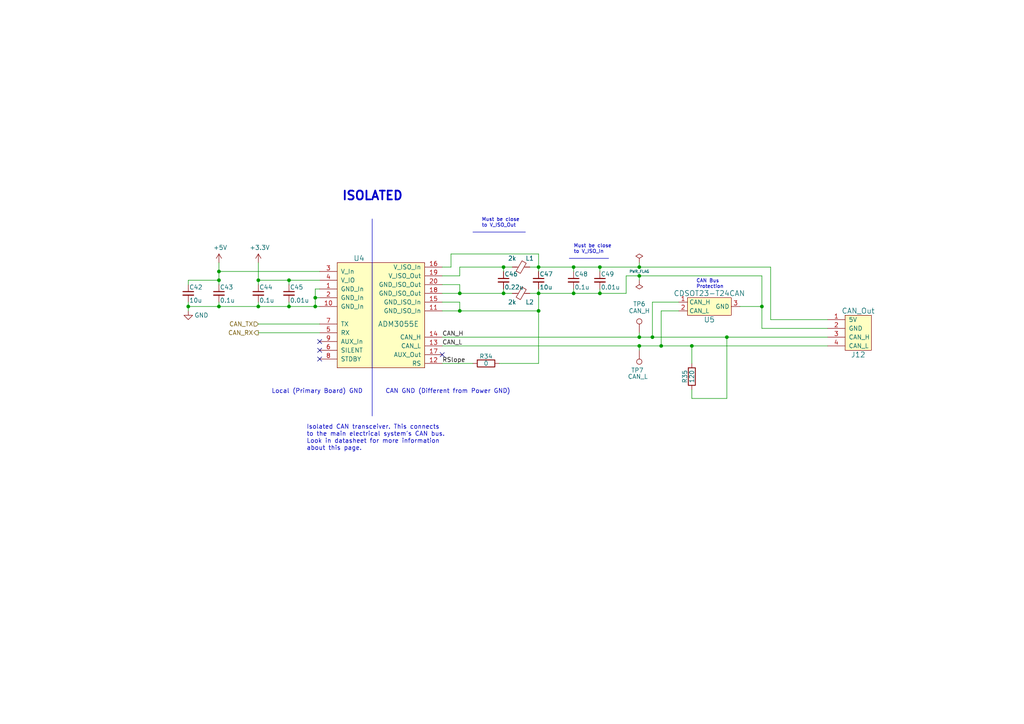
<source format=kicad_sch>
(kicad_sch (version 20230121) (generator eeschema)
  (paper "A4")
  (lib_symbols
    (symbol "Connector:TestPoint" (pin_numbers hide) (pin_names (offset 0.762) hide)
      (property "Reference" "TP" (at 0 6.858 0))
      (property "Value" "TestPoint" (at 0 5.08 0))
      (symbol "TestPoint_0_1"
        (circle (center 0 3.302) (radius 0.762))
      )
      (symbol "TestPoint_1_1"
        (pin passive line (at 0 0 90) (length 2.54) (name "1") (number "1"))
      )
    )
    (symbol "Device:C_Small" (pin_numbers hide) (pin_names (offset 0.254) hide)
      (property "Reference" "C" (at 0.254 1.778 0))
      (property "Value" "C_Small" (at 0.254 -2.032 0))
      (symbol "C_Small_0_1"
        (polyline (pts (xy -1.524 -0.508) (xy 1.524 -0.508)) (stroke (width 0.3302)))
        (polyline (pts (xy -1.524 0.508) (xy 1.524 0.508)) (stroke (width 0.3048)))
      )
      (symbol "C_Small_1_1"
        (pin passive line (at 0 2.54 270) (length 2.032) (name "~") (number "1"))
        (pin passive line (at 0 -2.54 90) (length 2.032) (name "~") (number "2"))
      )
    )
    (symbol "Device:FerriteBead_Small" (pin_numbers hide) (pin_names (offset 0))
      (property "Reference" "FB" (at 1.905 1.27 0))
      (property "Value" "FerriteBead_Small" (at 1.905 -1.27 0))
      (symbol "FerriteBead_Small_0_1"
        (polyline (pts (xy 0 -1.27) (xy 0 -0.7874)))
        (polyline (pts (xy 0 0.889) (xy 0 1.2954)))
        (polyline (pts (xy -1.8288 0.2794) (xy -1.1176 1.4986) (xy 1.8288 -0.2032) (xy 1.1176 -1.4224) (xy -1.8288 0.2794)))
      )
      (symbol "FerriteBead_Small_1_1"
        (pin passive line (at 0 2.54 270) (length 1.27) (name "~") (number "1"))
        (pin passive line (at 0 -2.54 90) (length 1.27) (name "~") (number "2"))
      )
    )
    (symbol "Device:R" (pin_numbers hide) (pin_names (offset 0))
      (property "Reference" "R" (at 2.032 0 90))
      (property "Value" "R" (at 0 0 90))
      (symbol "R_0_1"
        (rectangle (start -1.016 -2.54) (end 1.016 2.54) (stroke (width 0.254)))
      )
      (symbol "R_1_1"
        (pin passive line (at 0 3.81 270) (length 1.27) (name "~") (number "1"))
        (pin passive line (at 0 -3.81 90) (length 1.27) (name "~") (number "2"))
      )
    )
    (symbol "power:+3.3V" (power) (pin_names (offset 0))
      (property "Value" "+3.3V" (at 0 3.556 0))
      (symbol "+3.3V_0_1"
        (polyline (pts (xy -0.762 1.27) (xy 0 2.54)))
        (polyline (pts (xy 0 0) (xy 0 2.54)))
        (polyline (pts (xy 0 2.54) (xy 0.762 1.27)))
      )
      (symbol "+3.3V_1_1"
        (pin power_in line (at 0 0 90) (length 0) hide (name "+3.3V") (number "1"))
      )
    )
    (symbol "power:+5V" (power) (pin_names (offset 0))
      (property "Value" "+5V" (at 0 3.556 0))
      (symbol "+5V_0_1"
        (polyline (pts (xy -0.762 1.27) (xy 0 2.54)))
        (polyline (pts (xy 0 0) (xy 0 2.54)))
        (polyline (pts (xy 0 2.54) (xy 0.762 1.27)))
      )
      (symbol "+5V_1_1"
        (pin power_in line (at 0 0 90) (length 0) hide (name "+5V") (number "1"))
      )
    )
    (symbol "power:GND" (power) (pin_names (offset 0))
      (property "Value" "GND" (at 0 -3.81 0))
      (symbol "GND_0_1"
        (polyline (pts (xy 0 0) (xy 0 -1.27) (xy 1.27 -1.27) (xy 0 -2.54) (xy -1.27 -1.27) (xy 0 -1.27)))
      )
      (symbol "GND_1_1"
        (pin power_in line (at 0 0 270) (length 0) hide (name "GND") (number "1"))
      )
    )
    (symbol "power:PWR_FLAG" (power) (pin_numbers hide) (pin_names (offset 0) hide)
      (property "Value" "PWR_FLAG" (at 0 3.81 0))
      (symbol "PWR_FLAG_0_0"
        (pin power_out line (at 0 0 90) (length 0) (name "pwr") (number "1"))
      )
      (symbol "PWR_FLAG_0_1"
        (polyline (pts (xy 0 0) (xy 0 1.27) (xy -1.016 1.905) (xy 0 2.54) (xy 1.016 1.905) (xy 0 1.27)))
      )
    )
    (symbol "utsvt-chips:ADM3055E" (pin_names (offset 1.016))
      (property "Reference" "U" (at 0 16.51 0))
      (property "Value" "ADM3055E" (at 5.08 -2.54 0))
      (symbol "ADM3055E_0_1"
        (rectangle (start -12.7 15.24) (end 12.7 -15.24) (fill (type background)))
        (polyline (pts (xy -2.54 15.24) (xy -2.54 -15.24)))
      )
      (symbol "ADM3055E_1_1"
        (pin power_in line (at -17.78 7.62 0) (length 5.08) (name "GND_In") (number "1"))
        (pin power_in line (at -17.78 2.54 0) (length 5.08) (name "GND_In") (number "10"))
        (pin power_in line (at 17.78 1.27 180) (length 5.08) (name "GND_ISO_In") (number "11"))
        (pin input line (at 17.78 -13.97 180) (length 5.08) (name "RS") (number "12"))
        (pin bidirectional line (at 17.78 -8.89 180) (length 5.08) (name "CAN_L") (number "13"))
        (pin bidirectional line (at 17.78 -6.35 180) (length 5.08) (name "CAN_H") (number "14"))
        (pin power_in line (at 17.78 3.81 180) (length 5.08) (name "GND_ISO_In") (number "15"))
        (pin power_in line (at 17.78 13.97 180) (length 5.08) (name "V_ISO_In") (number "16"))
        (pin output line (at 17.78 -11.43 180) (length 5.08) (name "AUX_Out") (number "17"))
        (pin power_out line (at 17.78 6.35 180) (length 5.08) (name "GND_ISO_Out") (number "18"))
        (pin power_out line (at 17.78 11.43 180) (length 5.08) (name "V_ISO_Out") (number "19"))
        (pin power_in line (at -17.78 5.08 0) (length 5.08) (name "GND_In") (number "2"))
        (pin power_out line (at 17.78 8.89 180) (length 5.08) (name "GND_ISO_Out") (number "20"))
        (pin power_in line (at -17.78 12.7 0) (length 5.08) (name "V_In") (number "3"))
        (pin power_in line (at -17.78 10.16 0) (length 5.08) (name "V_IO") (number "4"))
        (pin output line (at -17.78 -5.08 0) (length 5.08) (name "RX") (number "5"))
        (pin input line (at -17.78 -10.16 0) (length 5.08) (name "SILENT") (number "6"))
        (pin input line (at -17.78 -2.54 0) (length 5.08) (name "TX") (number "7"))
        (pin input line (at -17.78 -12.7 0) (length 5.08) (name "STDBY") (number "8"))
        (pin input line (at -17.78 -7.62 0) (length 5.08) (name "AUX_In") (number "9"))
      )
    )
    (symbol "utsvt-chips:CDSOT23-T24CAN"
      (property "Reference" "U" (at 0 -3.81 0))
      (property "Value" "CDSOT23-T24CAN" (at 0 3.81 0))
      (symbol "CDSOT23-T24CAN_0_1"
        (rectangle (start 6.35 2.54) (end -6.35 -2.54) (fill (type background)))
      )
      (symbol "CDSOT23-T24CAN_1_1"
        (pin passive line (at -8.89 1.27 0) (length 2.54) (name "CAN_H") (number "1"))
        (pin passive line (at -8.89 -1.27 0) (length 2.54) (name "CAN_L") (number "2"))
        (pin passive line (at 8.89 0 180) (length 2.54) (name "GND") (number "3"))
      )
    )
    (symbol "utsvt-connectors:CANConnector" (pin_names (offset 1.016))
      (property "Reference" "J" (at 0 -6.35 0))
      (property "Value" "CANConnector" (at 0 6.35 0))
      (symbol "CANConnector_0_1"
        (rectangle (start 3.81 5.08) (end -3.81 -5.08) (fill (type background)))
      )
      (symbol "CANConnector_1_1"
        (pin power_in line (at 8.89 3.81 180) (length 5.08) (name "5V") (number "1"))
        (pin power_in line (at 8.89 1.27 180) (length 5.08) (name "GND") (number "2"))
        (pin bidirectional line (at 8.89 -1.27 180) (length 5.08) (name "CAN_H") (number "3"))
        (pin bidirectional line (at 8.89 -3.81 180) (length 5.08) (name "CAN_L") (number "4"))
      )
    )
  )
  (junction (at 91.44 88.9))
  (junction (at 185.42 97.79))
  (junction (at 146.05 85.09))
  (junction (at 200.66 100.33))
  (junction (at 156.21 90.17))
  (junction (at 191.77 100.33))
  (junction (at 91.44 86.36))
  (junction (at 156.21 85.09))
  (junction (at 74.93 81.28))
  (junction (at 54.61 88.9))
  (junction (at 83.82 81.28))
  (junction (at 74.93 88.9))
  (junction (at 166.37 77.47))
  (junction (at 156.21 77.47))
  (junction (at 63.5 88.9))
  (junction (at 83.82 88.9))
  (junction (at 63.5 78.74))
  (junction (at 210.82 97.79))
  (junction (at 185.42 100.33))
  (junction (at 185.42 80.01))
  (junction (at 166.37 85.09))
  (junction (at 189.23 97.79))
  (junction (at 220.98 88.9))
  (junction (at 133.35 85.09))
  (junction (at 185.42 77.47))
  (junction (at 146.05 77.47))
  (junction (at 173.99 77.47))
  (junction (at 63.5 81.28))
  (junction (at 133.35 90.17))
  (junction (at 173.99 85.09))
  (no_connect (at 92.71 104.14))
  (no_connect (at 92.71 101.6))
  (no_connect (at 128.27 102.87))
  (no_connect (at 92.71 99.06))
  (wire (pts (xy 166.37 77.47) (xy 173.99 77.47)))
  (wire (pts (xy 92.71 83.82) (xy 91.44 83.82)))
  (wire (pts (xy 156.21 73.66) (xy 156.21 77.47)))
  (wire (pts (xy 191.77 90.17) (xy 196.85 90.17)))
  (wire (pts (xy 146.05 85.09) (xy 146.05 83.82)))
  (wire (pts (xy 185.42 80.01) (xy 220.98 80.01)))
  (wire (pts (xy 91.44 86.36) (xy 92.71 86.36)))
  (wire (pts (xy 128.27 90.17) (xy 133.35 90.17)))
  (wire (pts (xy 74.93 96.52) (xy 92.71 96.52)))
  (wire (pts (xy 128.27 97.79) (xy 185.42 97.79)))
  (wire (pts (xy 63.5 76.2) (xy 63.5 78.74)))
  (wire (pts (xy 54.61 88.9) (xy 54.61 87.63)))
  (wire (pts (xy 74.93 76.2) (xy 74.93 81.28)))
  (wire (pts (xy 210.82 97.79) (xy 210.82 115.57)))
  (wire (pts (xy 173.99 78.74) (xy 173.99 77.47)))
  (wire (pts (xy 54.61 88.9) (xy 63.5 88.9)))
  (wire (pts (xy 220.98 88.9) (xy 220.98 95.25)))
  (wire (pts (xy 91.44 86.36) (xy 91.44 88.9)))
  (wire (pts (xy 185.42 77.47) (xy 223.52 77.47)))
  (polyline (pts (xy 137.16 67.31) (xy 152.4 67.31)))
  (wire (pts (xy 200.66 100.33) (xy 240.03 100.33)))
  (wire (pts (xy 74.93 93.98) (xy 92.71 93.98)))
  (wire (pts (xy 220.98 95.25) (xy 240.03 95.25)))
  (wire (pts (xy 91.44 83.82) (xy 91.44 86.36)))
  (wire (pts (xy 74.93 87.63) (xy 74.93 88.9)))
  (wire (pts (xy 200.66 115.57) (xy 200.66 113.03)))
  (wire (pts (xy 156.21 85.09) (xy 166.37 85.09)))
  (wire (pts (xy 63.5 87.63) (xy 63.5 88.9)))
  (wire (pts (xy 91.44 88.9) (xy 92.71 88.9)))
  (polyline (pts (xy 107.95 63.5) (xy 107.95 120.65)))
  (wire (pts (xy 74.93 82.55) (xy 74.93 81.28)))
  (wire (pts (xy 133.35 77.47) (xy 146.05 77.47)))
  (polyline (pts (xy 165.1 74.93) (xy 176.53 74.93)))
  (wire (pts (xy 156.21 105.41) (xy 156.21 90.17)))
  (wire (pts (xy 185.42 96.52) (xy 185.42 97.79)))
  (wire (pts (xy 166.37 85.09) (xy 173.99 85.09)))
  (wire (pts (xy 185.42 100.33) (xy 191.77 100.33)))
  (wire (pts (xy 210.82 115.57) (xy 200.66 115.57)))
  (wire (pts (xy 83.82 81.28) (xy 83.82 82.55)))
  (wire (pts (xy 156.21 77.47) (xy 166.37 77.47)))
  (wire (pts (xy 130.81 77.47) (xy 128.27 77.47)))
  (wire (pts (xy 133.35 80.01) (xy 128.27 80.01)))
  (wire (pts (xy 128.27 85.09) (xy 133.35 85.09)))
  (wire (pts (xy 173.99 85.09) (xy 181.61 85.09)))
  (wire (pts (xy 196.85 87.63) (xy 189.23 87.63)))
  (wire (pts (xy 185.42 97.79) (xy 189.23 97.79)))
  (wire (pts (xy 214.63 88.9) (xy 220.98 88.9)))
  (wire (pts (xy 54.61 81.28) (xy 54.61 82.55)))
  (wire (pts (xy 173.99 77.47) (xy 185.42 77.47)))
  (wire (pts (xy 181.61 85.09) (xy 181.61 80.01)))
  (wire (pts (xy 63.5 78.74) (xy 92.71 78.74)))
  (wire (pts (xy 185.42 101.6) (xy 185.42 100.33)))
  (wire (pts (xy 130.81 73.66) (xy 130.81 77.47)))
  (wire (pts (xy 191.77 90.17) (xy 191.77 100.33)))
  (wire (pts (xy 144.78 105.41) (xy 156.21 105.41)))
  (wire (pts (xy 210.82 97.79) (xy 240.03 97.79)))
  (wire (pts (xy 173.99 83.82) (xy 173.99 85.09)))
  (wire (pts (xy 156.21 85.09) (xy 156.21 90.17)))
  (wire (pts (xy 63.5 81.28) (xy 63.5 82.55)))
  (wire (pts (xy 83.82 88.9) (xy 91.44 88.9)))
  (wire (pts (xy 146.05 85.09) (xy 148.59 85.09)))
  (wire (pts (xy 130.81 73.66) (xy 156.21 73.66)))
  (wire (pts (xy 200.66 105.41) (xy 200.66 100.33)))
  (wire (pts (xy 54.61 90.17) (xy 54.61 88.9)))
  (wire (pts (xy 185.42 81.28) (xy 185.42 80.01)))
  (wire (pts (xy 133.35 82.55) (xy 128.27 82.55)))
  (wire (pts (xy 133.35 90.17) (xy 156.21 90.17)))
  (wire (pts (xy 133.35 85.09) (xy 146.05 85.09)))
  (wire (pts (xy 181.61 80.01) (xy 185.42 80.01)))
  (wire (pts (xy 128.27 100.33) (xy 185.42 100.33)))
  (wire (pts (xy 83.82 88.9) (xy 83.82 87.63)))
  (wire (pts (xy 63.5 88.9) (xy 74.93 88.9)))
  (wire (pts (xy 189.23 87.63) (xy 189.23 97.79)))
  (wire (pts (xy 137.16 105.41) (xy 128.27 105.41)))
  (wire (pts (xy 133.35 87.63) (xy 128.27 87.63)))
  (wire (pts (xy 74.93 88.9) (xy 83.82 88.9)))
  (wire (pts (xy 189.23 97.79) (xy 210.82 97.79)))
  (wire (pts (xy 156.21 83.82) (xy 156.21 85.09)))
  (wire (pts (xy 223.52 92.71) (xy 240.03 92.71)))
  (wire (pts (xy 146.05 77.47) (xy 148.59 77.47)))
  (wire (pts (xy 191.77 100.33) (xy 200.66 100.33)))
  (wire (pts (xy 133.35 77.47) (xy 133.35 80.01)))
  (wire (pts (xy 146.05 78.74) (xy 146.05 77.47)))
  (wire (pts (xy 156.21 77.47) (xy 156.21 78.74)))
  (wire (pts (xy 153.67 85.09) (xy 156.21 85.09)))
  (wire (pts (xy 166.37 78.74) (xy 166.37 77.47)))
  (wire (pts (xy 220.98 80.01) (xy 220.98 88.9)))
  (wire (pts (xy 133.35 87.63) (xy 133.35 90.17)))
  (wire (pts (xy 54.61 81.28) (xy 63.5 81.28)))
  (wire (pts (xy 63.5 78.74) (xy 63.5 81.28)))
  (wire (pts (xy 166.37 83.82) (xy 166.37 85.09)))
  (wire (pts (xy 133.35 82.55) (xy 133.35 85.09)))
  (wire (pts (xy 153.67 77.47) (xy 156.21 77.47)))
  (wire (pts (xy 83.82 81.28) (xy 92.71 81.28)))
  (wire (pts (xy 74.93 81.28) (xy 83.82 81.28)))
  (wire (pts (xy 185.42 77.47) (xy 185.42 76.2)))
  (wire (pts (xy 223.52 77.47) (xy 223.52 92.71)))
  (text "Local (Primary Board) GND" (at 78.74 114.3 0) (effects (font (size 1.27 1.27)) (justify left bottom)))
  (text "Must be close\nto V_ISO_In" (at 166.37 73.66 0) (effects (font (size 1.016 1.016)) (justify left bottom)))
  (text "Isolated CAN transceiver. This connects\nto the main electrical system's CAN bus.\nLook in datasheet for more information\nabout this page." (at 88.9 130.81 0) (effects (font (size 1.27 1.27)) (justify left bottom)))
  (text "CAN GND (Different from Power GND)" (at 111.76 114.3 0) (effects (font (size 1.27 1.27)) (justify left bottom)))
  (text "Must be close\nto V_ISO_Out" (at 139.7 66.04 0) (effects (font (size 1.016 1.016)) (justify left bottom)))
  (text "ISOLATED" (at 99.06 58.42 0) (effects (font (size 2.54 2.54) (thickness 0.508) bold) (justify left bottom)))
  (text "CAN Bus\nProtection" (at 201.93 83.82 0) (effects (font (size 1.016 1.016)) (justify left bottom)))
  (label "CAN_H" (at 128.27 97.79 0))
  (label "CAN_L" (at 128.27 100.33 0))
  (label "RSlope" (at 128.27 105.41 0))
  (hierarchical_label "CAN_TX" (shape input) (at 74.93 93.98 180))
  (hierarchical_label "CAN_RX" (shape output) (at 74.93 96.52 180))
  (symbol (lib_id "Device:C_Small") (at 166.37 81.28 0) (unit 1)
    (property "Reference" "C48" (at 166.624 79.502 0) (effects (justify left)))
    (property "Value" "0.1u" (at 166.624 83.312 0) (effects (justify left)))
    (property "Footprint" "Capacitor_SMD:C_0805_2012Metric" (effects hide))
    (property "Datasheet" "https://www.mouser.com/datasheet/2/212/KEM_C1002_X7R_SMD-1102033.pdf" (effects hide))
    (property "P/N" "C0805C104K5RAC7411" (effects hide))
    (instances (project "Telemetry-Primary" (path "" (reference "C48") (unit 1)) (path "" (reference "C6") (unit 1))))
  )
  (symbol (lib_id "Device:FerriteBead_Small") (at 151.13 77.47 270) (unit 1)
    (property "Reference" "L1" (at 152.4 74.93 90) (effects (justify left)))
    (property "Value" "2k" (at 147.32 74.93 90) (effects (justify left)))
    (property "Footprint" "Inductor_SMD:L_0805_2012Metric" (effects hide))
    (property "Datasheet" "https://product.tdk.com/system/files/dam/doc/product/emc/emc/beads/catalog/beads_automotive_signal_mmz2012_en.pdf" (effects hide))
    (property "P/N" "MMZ2012Y202BTD25" (effects hide))
    (instances (project "Telemetry-Primary" (path "" (reference "L1") (unit 1)) (path "" (reference "L2") (unit 1))))
  )
  (symbol (lib_id "Connector:TestPoint") (at 185.42 96.52 0) (unit 1)
    (property "Reference" "TP6" (at 185.42 88.9 0) (effects (justify bottom)))
    (property "Value" "CAN_H" (at 185.42 90.17 0))
    (property "Footprint" "TestPoint:TestPoint_Keystone_5005-5009_Compact" (effects hide))
    (property "Datasheet" "https://www.mouser.com/datasheet/2/215/5005_5009-741322.pdf" (effects hide))
    (property "P/N" "5005" (effects hide))
    (instances (project "Telemetry-Primary" (path "" (reference "TP6") (unit 1)) (path "" (reference "TP3") (unit 1))))
  )
  (symbol (lib_id "Device:R") (at 200.66 109.22 180) (unit 1)
    (property "Reference" "R35" (at 198.628 109.22 90))
    (property "Value" "120" (at 200.66 109.22 90))
    (property "Footprint" "Resistor_SMD:R_0805_2012Metric" (effects hide))
    (property "Datasheet" "https://www.mouser.com/datasheet/2/427/dcrcwe3-1762152.pdf" (effects hide))
    (property "P/N" "CRCW0805120RFKEAC" (effects hide))
    (instances (project "Telemetry-Primary" (path "" (reference "R35") (unit 1)) (path "" (reference "R33") (unit 1))))
  )
  (symbol (lib_id "power:PWR_FLAG") (at 185.42 81.28 180) (unit 1)
    (property "Reference" "#FLG0106" (effects hide))
    (property "Value" "PWR_FLAG" (effects hide))
    (instances (project "Telemetry-Primary" (path "" (reference "#FLG0106") (unit 1)) (path "" (reference "#FLG03") (unit 1))))
  )
  (symbol (lib_id "power:PWR_FLAG") (at 185.42 76.2 0) (unit 1)
    (property "Reference" "#FLG0105" (effects hide))
    (property "Value" "PWR_FLAG" (at 185.42 78.74 0) (effects (font (size 0.762 0.762))))
    (instances (project "Telemetry-Primary" (path "" (reference "#FLG0105") (unit 1)) (path "" (reference "#FLG02") (unit 1))))
  )
  (symbol (lib_id "Device:FerriteBead_Small") (at 151.13 85.09 270) (unit 1)
    (property "Reference" "L2" (at 152.4 87.63 90) (effects (justify left)))
    (property "Value" "2k" (at 147.32 87.63 90) (effects (justify left)))
    (property "Footprint" "Inductor_SMD:L_0805_2012Metric" (effects hide))
    (property "Datasheet" "https://product.tdk.com/system/files/dam/doc/product/emc/emc/beads/catalog/beads_automotive_signal_mmz2012_en.pdf" (effects hide))
    (property "P/N" "MMZ2012Y202BTD25" (effects hide))
    (instances (project "Telemetry-Primary" (path "" (reference "L2") (unit 1)) (path "" (reference "L4") (unit 1))))
  )
  (symbol (lib_id "utsvt-chips:CDSOT23-T24CAN") (at 205.74 88.9 0) (unit 1)
    (property "Reference" "U5" (at 205.74 92.71 0) (effects (font (size 1.524 1.524))))
    (property "Value" "CDSOT23-T24CAN" (at 205.74 85.09 0) (effects (font (size 1.524 1.524))))
    (property "Footprint" "Package_TO_SOT_SMD:SOT-23W" (effects hide))
    (property "Datasheet" "https://www.mouser.com/datasheet/2/54/cdsot23_t24can_q-1534349.pdf" (effects hide))
    (property "P/N" "CDSOT23-T24CAN" (effects hide))
    (instances (project "Telemetry-Primary" (path "" (reference "U5") (unit 1)) (path "" (reference "U2") (unit 1))))
  )
  (symbol (lib_id "Device:C_Small") (at 83.82 85.09 0) (unit 1)
    (property "Reference" "C45" (at 84.074 83.312 0) (effects (justify left)))
    (property "Value" "0.01u" (at 84.074 87.122 0) (effects (justify left)))
    (property "Footprint" "Capacitor_SMD:C_0805_2012Metric" (effects hide))
    (property "Datasheet" "https://www.mouser.com/datasheet/2/447/UPY_AC_NP0X7RX7S_6_3V_to_2KV_18-3003021.pdf" (effects hide))
    (property "P/N" "AC0805JRX7R9BB103" (effects hide))
    (instances (project "Telemetry-Primary" (path "" (reference "C45") (unit 1)) (path "" (reference "C25") (unit 1))))
  )
  (symbol (lib_id "power:+3.3V") (at 74.93 76.2 0) (unit 1)
    (property "Reference" "#PWR0174" (effects hide))
    (property "Value" "+3.3V" (at 75.311 71.8058 0))
    (instances (project "Telemetry-Primary" (path "" (reference "#PWR0174") (unit 1)) (path "" (reference "#PWR012") (unit 1))))
  )
  (symbol (lib_id "Device:C_Small") (at 156.21 81.28 0) (unit 1)
    (property "Reference" "C47" (at 156.464 79.502 0) (effects (justify left)))
    (property "Value" "10u" (at 156.464 83.312 0) (effects (justify left)))
    (property "Footprint" "Capacitor_SMD:C_0805_2012Metric" (effects hide))
    (property "Datasheet" "https://www.mouser.com/datasheet/2/40/AVX_X7RDielectric_777024-1853642.pdf" (effects hide))
    (property "P/N" "0805YC106KAT2A" (effects hide))
    (instances (project "Telemetry-Primary" (path "" (reference "C47") (unit 1)) (path "" (reference "C2") (unit 1))))
  )
  (symbol (lib_id "Connector:TestPoint") (at 185.42 101.6 180) (unit 1)
    (property "Reference" "TP7" (at 186.69 106.68 0) (effects (justify left bottom)))
    (property "Value" "CAN_L" (at 187.96 109.22 0) (effects (justify left)))
    (property "Footprint" "TestPoint:TestPoint_Keystone_5005-5009_Compact" (effects hide))
    (property "Datasheet" "https://www.mouser.com/datasheet/2/215/5005_5009-741322.pdf" (effects hide))
    (property "P/N" "5005" (effects hide))
    (instances (project "Telemetry-Primary" (path "" (reference "TP7") (unit 1)) (path "" (reference "TP1") (unit 1))))
  )
  (symbol (lib_id "Device:R") (at 140.97 105.41 90) (unit 1)
    (property "Reference" "R34" (at 140.97 103.378 90))
    (property "Value" "0" (at 140.97 105.41 90))
    (property "Footprint" "Resistor_SMD:R_0805_2012Metric" (effects hide))
    (property "Datasheet" "https://www.mouser.com/datasheet/2/427/dcrcwe3-1762152.pdf" (effects hide))
    (property "P/N" "CRCW08050000Z0EAC" (effects hide))
    (instances (project "Telemetry-Primary" (path "" (reference "R34") (unit 1)) (path "" (reference "R2") (unit 1))))
  )
  (symbol (lib_id "power:GND") (at 54.61 90.17 0) (unit 1)
    (property "Reference" "#PWR0173" (effects hide))
    (property "Value" "GND" (at 58.42 91.44 0))
    (instances (project "Telemetry-Primary" (path "" (reference "#PWR0173") (unit 1)) (path "" (reference "#PWR013") (unit 1))))
  )
  (symbol (lib_id "Device:C_Small") (at 63.5 85.09 0) (unit 1)
    (property "Reference" "C43" (at 63.754 83.312 0) (effects (justify left)))
    (property "Value" "0.1u" (at 63.754 87.122 0) (effects (justify left)))
    (property "Footprint" "Capacitor_SMD:C_0805_2012Metric" (effects hide))
    (property "Datasheet" "https://www.mouser.com/datasheet/2/212/KEM_C1002_X7R_SMD-1102033.pdf" (effects hide))
    (property "P/N" "C0805C104K5RAC7411" (effects hide))
    (instances (project "Telemetry-Primary" (path "" (reference "C43") (unit 1)) (path "" (reference "C28") (unit 1))))
  )
  (symbol (lib_id "Device:C_Small") (at 173.99 81.28 0) (unit 1)
    (property "Reference" "C49" (at 174.244 79.502 0) (effects (justify left)))
    (property "Value" "0.01u" (at 174.244 83.312 0) (effects (justify left)))
    (property "Footprint" "Capacitor_SMD:C_0805_2012Metric" (effects hide))
    (property "Datasheet" "https://www.mouser.com/datasheet/2/447/UPY_AC_NP0X7RX7S_6_3V_to_2KV_18-3003021.pdf" (effects hide))
    (property "P/N" "AC0805JRX7R9BB103" (effects hide))
    (instances (project "Telemetry-Primary" (path "" (reference "C49") (unit 1)) (path "" (reference "C8") (unit 1))))
  )
  (symbol (lib_id "utsvt-connectors:CANConnector") (at 248.92 96.52 0) (mirror y) (unit 1)
    (property "Reference" "J12" (at 248.92 102.87 0) (effects (font (size 1.524 1.524))))
    (property "Value" "CAN_Out" (at 248.92 90.17 0) (effects (font (size 1.524 1.524))))
    (property "Footprint" "UTSVT_Connectors:Molex_MicroFit3.0_1x4xP3.00mm_PolarizingPeg_Vertical" (effects hide))
    (property "Datasheet" "https://www.mouser.com/datasheet/2/276/3/0436500428_PCB_HEADERS-2866587.pdf" (effects hide))
    (property "P/N" "0436500428" (effects hide))
    (instances (project "Telemetry-Primary" (path "" (reference "J12") (unit 1)) (path "" (reference "J3") (unit 1))))
  )
  (symbol (lib_id "Device:C_Small") (at 74.93 85.09 0) (unit 1)
    (property "Reference" "C44" (at 75.184 83.312 0) (effects (justify left)))
    (property "Value" "0.1u" (at 75.184 87.122 0) (effects (justify left)))
    (property "Footprint" "Capacitor_SMD:C_0805_2012Metric" (effects hide))
    (property "Datasheet" "https://www.mouser.com/datasheet/2/212/KEM_C1002_X7R_SMD-1102033.pdf" (effects hide))
    (property "P/N" "C0805C104K5RAC7411" (effects hide))
    (instances (project "Telemetry-Primary" (path "" (reference "C44") (unit 1)) (path "" (reference "C27") (unit 1))))
  )
  (symbol (lib_id "power:+5V") (at 63.5 76.2 0) (unit 1)
    (property "Reference" "#PWR0175" (effects hide))
    (property "Value" "+5V" (at 63.881 71.8058 0))
    (instances (project "Telemetry-Primary" (path "" (reference "#PWR0175") (unit 1)) (path "" (reference "#PWR011") (unit 1))))
  )
  (symbol (lib_id "Device:C_Small") (at 54.61 85.09 0) (unit 1)
    (property "Reference" "C42" (at 54.864 83.312 0) (effects (justify left)))
    (property "Value" "10u" (at 54.864 87.122 0) (effects (justify left)))
    (property "Footprint" "Capacitor_SMD:C_0805_2012Metric" (effects hide))
    (property "Datasheet" "https://www.mouser.com/datasheet/2/40/AVX_X7RDielectric_777024-1853642.pdf" (effects hide))
    (property "P/N" "0805YC106KAT2A" (effects hide))
    (instances (project "Telemetry-Primary" (path "" (reference "C42") (unit 1)) (path "" (reference "C32") (unit 1))))
  )
  (symbol (lib_id "utsvt-chips:ADM3055E") (at 110.49 91.44 0) (unit 1)
    (property "Reference" "U4" (at 104.14 74.93 0) (effects (font (size 1.524 1.524))))
    (property "Value" "ADM3055E" (at 115.57 93.98 0) (effects (font (size 1.524 1.524))))
    (property "Footprint" "UTSVT_ICs:SOIC-20W_7.5x15.4mm_Pitch1.27mm" (effects hide))
    (property "Datasheet" "https://www.mouser.com/datasheet/2/609/ADM3055E_3057E-3121303.pdf" (effects hide))
    (property "P/N" "ADM3055EBRIZ" (effects hide))
    (instances (project "Telemetry-Primary" (path "" (reference "U4") (unit 1)) (path "" (reference "U5") (unit 1))))
  )
  (symbol (lib_id "Device:C_Small") (at 146.05 81.28 0) (unit 1)
    (property "Reference" "C46" (at 146.304 79.502 0) (effects (justify left)))
    (property "Value" "0.22u" (at 146.304 83.312 0) (effects (justify left)))
    (property "Footprint" "Capacitor_SMD:C_0805_2012Metric" (effects hide))
    (property "Datasheet" "https://www.mouser.com/datasheet/2/212/1/KEM_C1090_X7R_ESD-1103328.pdf" (effects hide))
    (property "P/N" "C0805C224K1RECAUTO" (effects hide))
    (instances (project "Telemetry-Primary" (path "" (reference "C46") (unit 1)) (path "" (reference "C5") (unit 1))))
  )
)
</source>
